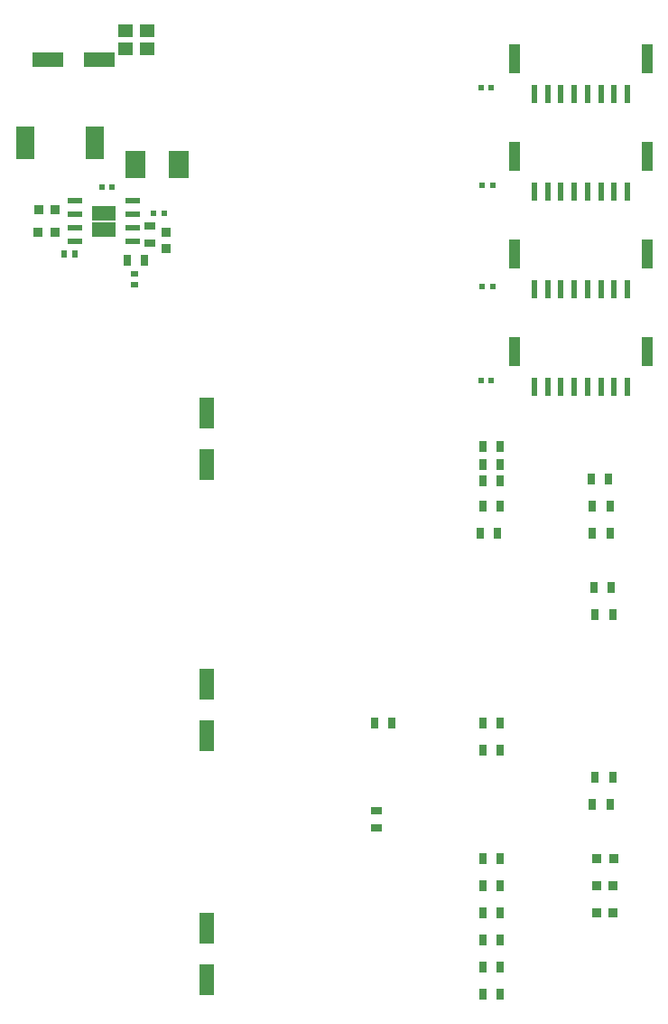
<source format=gbr>
G04 EAGLE Gerber RS-274X export*
G75*
%MOMM*%
%FSLAX34Y34*%
%LPD*%
%INSolderpaste Top*%
%IPPOS*%
%AMOC8*
5,1,8,0,0,1.08239X$1,22.5*%
G01*
G04 Define Apertures*
%ADD10R,1.400000X3.000000*%
%ADD11R,0.920900X0.970200*%
%ADD12R,0.798700X0.973900*%
%ADD13R,0.973900X0.798700*%
%ADD14R,1.460500X0.533400*%
%ADD15R,0.535100X0.644000*%
%ADD16R,1.799400X3.129200*%
%ADD17R,0.970200X0.920900*%
%ADD18R,0.560000X0.629100*%
%ADD19R,0.644000X0.535100*%
%ADD20R,1.899919X2.499359*%
%ADD21R,1.465300X1.164600*%
%ADD22R,3.000000X1.400000*%
%ADD23R,0.600000X1.700000*%
%ADD24R,1.000000X2.800000*%
G36*
X-263371Y837656D02*
X-263371Y823902D01*
X-285625Y823902D01*
X-285625Y837656D01*
X-263371Y837656D01*
G37*
G36*
X-263371Y853156D02*
X-263371Y839402D01*
X-285625Y839402D01*
X-285625Y853156D01*
X-263371Y853156D01*
G37*
D10*
X-177800Y659000D03*
X-177800Y611000D03*
X-177800Y176400D03*
X-177800Y128400D03*
D11*
X187564Y190500D03*
X203056Y190500D03*
D12*
X97052Y215900D03*
X80748Y215900D03*
X97052Y190500D03*
X80748Y190500D03*
X97052Y139700D03*
X80748Y139700D03*
D13*
X-19050Y269978D03*
X-19050Y286282D03*
D11*
X187564Y215900D03*
X203056Y215900D03*
D12*
X80748Y368300D03*
X97052Y368300D03*
X80748Y342900D03*
X97052Y342900D03*
X-4548Y368300D03*
X-20852Y368300D03*
X80541Y571500D03*
X96845Y571500D03*
X202462Y317500D03*
X186158Y317500D03*
X198652Y596900D03*
X182348Y596900D03*
X80748Y627380D03*
X97052Y627380D03*
X97052Y165100D03*
X80748Y165100D03*
X202462Y469900D03*
X186158Y469900D03*
X201192Y495300D03*
X184888Y495300D03*
X199922Y546100D03*
X183618Y546100D03*
X199922Y571500D03*
X183618Y571500D03*
X81053Y595630D03*
X97357Y595630D03*
X199922Y292100D03*
X183618Y292100D03*
X78487Y546379D03*
X94791Y546379D03*
X80748Y610870D03*
X97052Y610870D03*
D14*
X-301739Y857579D03*
X-301739Y844879D03*
X-301739Y832179D03*
X-301739Y819479D03*
X-247257Y819479D03*
X-247257Y832179D03*
X-247257Y844879D03*
X-247257Y857579D03*
D11*
X-320699Y828673D03*
X-336191Y828673D03*
X-320519Y849103D03*
X-336011Y849103D03*
D15*
X-311930Y808049D03*
X-301780Y808049D03*
D16*
X-283330Y912487D03*
X-348160Y912487D03*
D17*
X-216356Y813003D03*
X-216356Y828495D03*
D18*
X-227881Y846149D03*
X-218189Y846149D03*
D13*
X-231400Y818173D03*
X-231400Y834477D03*
D12*
X-236473Y801699D03*
X-252777Y801699D03*
D19*
X-245690Y788994D03*
X-245690Y778844D03*
D20*
X-245417Y891772D03*
X-204422Y891772D03*
D18*
X-276731Y870279D03*
X-267039Y870279D03*
D21*
X-234465Y999955D03*
X-234465Y1017463D03*
X-254785Y999955D03*
X-254785Y1017463D03*
D22*
X-327045Y989965D03*
X-279045Y989965D03*
D12*
X97052Y114300D03*
X80748Y114300D03*
D23*
X178970Y957580D03*
X191470Y957580D03*
X203970Y957580D03*
X216470Y957580D03*
X166470Y957580D03*
X153970Y957580D03*
X141470Y957580D03*
X128970Y957580D03*
D24*
X234970Y991080D03*
X110470Y991080D03*
D23*
X178970Y866140D03*
X191470Y866140D03*
X203970Y866140D03*
X216470Y866140D03*
X166470Y866140D03*
X153970Y866140D03*
X141470Y866140D03*
X128970Y866140D03*
D24*
X234970Y899640D03*
X110470Y899640D03*
D23*
X178970Y774700D03*
X191470Y774700D03*
X203970Y774700D03*
X216470Y774700D03*
X166470Y774700D03*
X153970Y774700D03*
X141470Y774700D03*
X128970Y774700D03*
D24*
X234970Y808200D03*
X110470Y808200D03*
D23*
X178970Y683260D03*
X191470Y683260D03*
X203970Y683260D03*
X216470Y683260D03*
X166470Y683260D03*
X153970Y683260D03*
X141470Y683260D03*
X128970Y683260D03*
D24*
X234970Y716760D03*
X110470Y716760D03*
D10*
X-177800Y405000D03*
X-177800Y357000D03*
D18*
X88666Y963930D03*
X78974Y963930D03*
X89936Y872490D03*
X80244Y872490D03*
X89936Y777240D03*
X80244Y777240D03*
X88666Y689610D03*
X78974Y689610D03*
D12*
X97052Y241300D03*
X80748Y241300D03*
D11*
X187834Y241300D03*
X203326Y241300D03*
M02*

</source>
